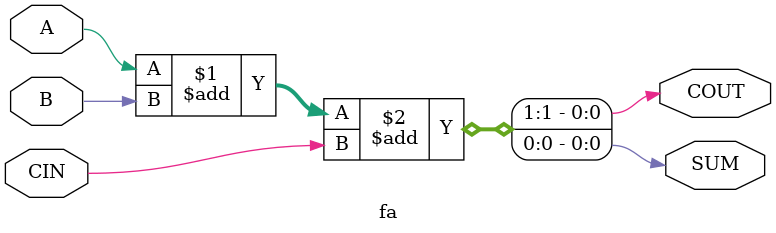
<source format=v>
module adder_subtractor_4bit (
    input [3:0] A,
    input [3:0] B,
    input SUB,
    output [3:0] SUM
);

wire [3:0] CIN;
wire [3:0] COUT;

assign CIN[0] = SUB;
assign CIN[1] = COUT[0];
assign CIN[2] = COUT[1];
assign CIN[3] = COUT[2];

fa fa0 (
    .A(A[0]),
    .B(B[0]),
    .CIN(CIN[0]),
    .SUM(SUM[0]),
    .COUT(COUT[0])
);
fa fa1 (
    .A(A[1]),
    .B(B[1]),
    .CIN(CIN[1]),
    .SUM(SUM[1]),
    .COUT(COUT[1])
);
fa fa2 (
    .A(A[2]),
    .B(B[2]),
    .CIN(CIN[2]),
    .SUM(SUM[2]),
    .COUT(COUT[2])
);
fa fa3 (
    .A(A[3]),
    .B(B[3]),
    .CIN(CIN[3]),
    .SUM(SUM[3]),
    .COUT(COUT[3])
);

endmodule

module fa (
    input A,
    input B,
    input CIN,
    output SUM,
    output COUT
);

assign {COUT, SUM} = A + B + CIN;

endmodule
</source>
